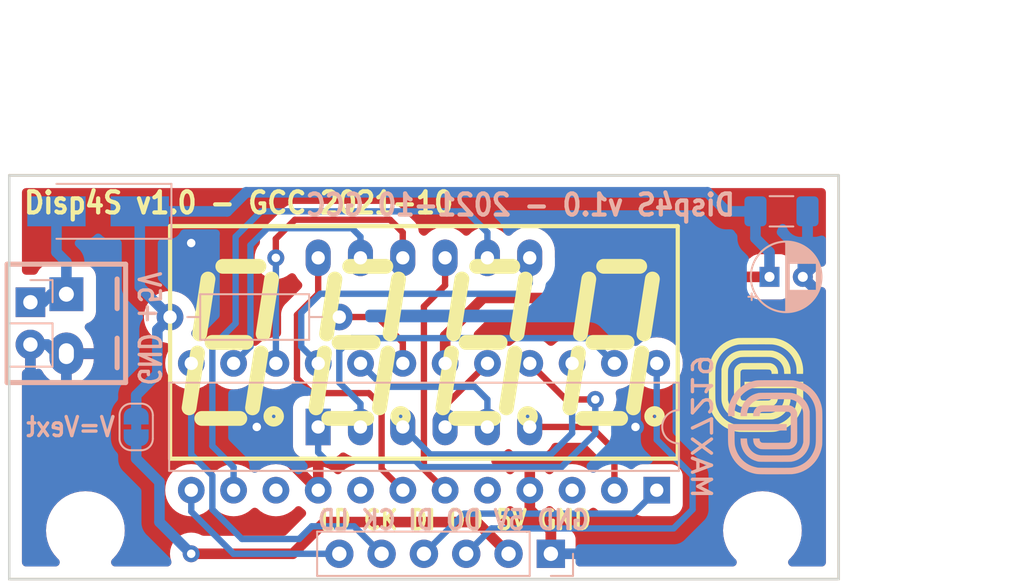
<source format=kicad_pcb>
(kicad_pcb (version 20211014) (generator pcbnew)
  (title_block (title "FSP-M10 AutoPilot") (rev "v1.0"))
  (layers (0 "F.Cu" signal "Rame.Fronte") (31 "B.Cu" signal "Rame.Retro") (34 "B.Paste" user) (35 "F.Paste" user) (36 "B.SilkS" user "B.Silkscreen") (37 "F.SilkS" user "F.Silkscreen") (38 "B.Mask" user) (39 "F.Mask" user) (44 "Edge.Cuts" user))
  (net 0 "")
  (net 1 "/5V")
  (net 2 "/CK")
  (net 3 "/DI")
  (net 4 "/K01")
  (net 5 "/K02")
  (net 6 "/K03")
  (net 7 "/K04")
  (net 8 "/K05")
  (net 9 "/K06")
  (net 10 "/LD")
  (net 11 "/S0A")
  (net 12 "/S0B")
  (net 13 "/S0C")
  (net 14 "/S0D")
  (net 15 "/S0E")
  (net 16 "/S0F")
  (net 17 "/S0G")
  (net 18 "/S0dp")
  (net 19 "GND")
  (net 20 "Net-(P1-Pad1)")
  (net 21 "/K07")
  (net 22 "Net-(IC1-Pad18)")
  (net 23 "/K08")
  (net 24 "/DO")
  (net 25 "Net-(JP1-Pad1)")
  (footprint "MountingHole:MountingHole_3.2mm_M3" (layer "F.Cu") (at 86.359998 49.403001 180)
    (fp_text reference "H1" hide)
    (fp_text value "CONN_1" hide)
    (pad "" np_thru_hole circle locked (at 0 0 180) (size 3.2 3.2) (drill 3.2) (layers *.Cu *.Mask))
  )
  (footprint "MountingHole:MountingHole_3.2mm_M3" (layer "F.Cu") (at 45.719998 49.403001 180)
    (fp_text reference "H2" hide)
    (fp_text value "CONN_1" hide)
    (pad "" np_thru_hole circle locked (at 0 0 180) (size 3.2 3.2) (drill 3.2) (layers *.Cu *.Mask))
  )
  (footprint "GCC_Display:Disp7s4x_036" (layer "F.Cu") (at 66.04 38.1)
    (fp_text reference "DP1" hide)
    (fp_text value "LEDDSP6_CK" hide)
    (pad "1" thru_hole rect (at -6.35 5.08 90) (size 2.19964 1.50114) (drill 0.8001) (layers *.Cu *.Mask) (net 15 "/S0E"))
    (pad "2" thru_hole oval (at -3.81 5.08 90) (size 2.19964 1.50114) (drill 0.8001) (layers *.Cu *.Mask) (net 14 "/S0D"))
    (pad "3" thru_hole oval (at -1.27 5.08 90) (size 2.19964 1.50114) (drill 0.8001) (layers *.Cu *.Mask) (net 18 "/S0dp"))
    (pad "4" thru_hole oval (at 1.27 5.08 90) (size 2.19964 1.50114) (drill 0.8001) (layers *.Cu *.Mask) (net 13 "/S0C"))
    (pad "5" thru_hole oval (at 3.81 5.08 90) (size 2.19964 1.50114) (drill 0.8001) (layers *.Cu *.Mask) (net 17 "/S0G"))
    (pad "6" thru_hole oval (at 6.35 5.08 90) (size 2.19964 1.50114) (drill 0.8001) (layers *.Cu *.Mask) (net 4 "/K01"))
    (pad "7" thru_hole oval (at 6.35 -5.08 90) (size 2.19964 1.50114) (drill 0.8001) (layers *.Cu *.Mask) (net 12 "/S0B"))
    (pad "8" thru_hole oval (at 3.81 -5.08 90) (size 2.19964 1.50114) (drill 0.8001) (layers *.Cu *.Mask) (net 5 "/K02"))
    (pad "9" thru_hole oval (at 1.27 -5.08 90) (size 2.19964 1.50114) (drill 0.8001) (layers *.Cu *.Mask) (net 6 "/K03"))
    (pad "10" thru_hole oval (at -1.27 -5.08 90) (size 2.19964 1.50114) (drill 0.8001) (layers *.Cu *.Mask) (net 16 "/S0F"))
    (pad "11" thru_hole oval (at -3.81 -5.08 90) (size 2.19964 1.50114) (drill 0.8001) (layers *.Cu *.Mask) (net 11 "/S0A"))
    (pad "12" thru_hole oval (at -6.34746 -5.08 90) (size 2.19964 1.50114) (drill 0.8001) (layers *.Cu *.Mask) (net 7 "/K04"))
  )
  (footprint "GCC_Logos:GCC Logo 6mm" (layer "F.Cu") (at 85.979 40.64)
    (fp_text reference "G***" hide)
    (fp_text value "LOGO" hide)
  )
  (footprint "Resistor_THT:R_Axial_DIN0207_L6.3mm_D2.5mm_P10.16mm_Horizontal" (layer "B.Cu") (at 60.959998 36.576001 180)
    (fp_text reference "R1" hide)
    (fp_text value "10k" hide)
    (pad "1" thru_hole circle locked (at 0 0 180) (size 1.6 1.6) (drill 0.8) (layers *.Cu *.Mask) (net 22 "Net-(IC1-Pad18)"))
    (pad "2" thru_hole oval locked (at 10.16 0 180) (size 1.6 1.6) (drill 0.8) (layers *.Cu *.Mask) (net 1 "/5V"))
  )
  (footprint "Connector_PinHeader_2.54mm:PinHeader_1x02_P2.54mm_Vertical" (layer "B.Cu") (at 42.418 35.687 180)
    (fp_text reference "P1" hide)
    (fp_text value "PWR" hide)
    (pad "1" thru_hole rect locked (at 0 0 180) (size 1.778 1.778) (drill 0.8636) (layers *.Cu *.Mask) (net 20 "Net-(P1-Pad1)"))
    (pad "2" thru_hole oval locked (at 0 -2.54 180) (size 1.778 1.778) (drill 0.8636) (layers *.Cu *.Mask) (net 19 "GND"))
  )
  (footprint "Capacitor_THT:CP_Radial_D4.0mm_P2.00mm" (layer "B.Cu") (at 86.784409 34.163)
    (fp_text reference "C1" hide)
    (fp_text value "100uF 16V" hide)
    (pad "1" thru_hole rect locked (at 0 0) (size 1.2 1.2) (drill 0.6) (layers *.Cu *.Mask) (net 1 "/5V"))
    (pad "2" thru_hole circle locked (at 2 0) (size 1.2 1.2) (drill 0.6) (layers *.Cu *.Mask) (net 19 "GND"))
  )
  (footprint "Package_DIP:DIP-24_W7.62mm" (layer "B.Cu") (at 80.015 46.98 90)
    (fp_text reference "IC1" hide)
    (fp_text value "MAX7219CNG" hide)
    (pad "1" thru_hole rect locked (at 0 0 90) (size 1.6 1.6) (drill 0.8) (layers *.Cu *.Mask) (net 3 "/DI"))
    (pad "2" thru_hole oval locked (at 0 -2.54 90) (size 1.6 1.6) (drill 0.8) (layers *.Cu *.Mask) (net 4 "/K01"))
    (pad "3" thru_hole oval locked (at 0 -5.08 90) (size 1.6 1.6) (drill 0.8) (layers *.Cu *.Mask) (net 8 "/K05"))
    (pad "4" thru_hole oval locked (at 0 -7.62 90) (size 1.6 1.6) (drill 0.8) (layers *.Cu *.Mask) (net 19 "GND"))
    (pad "5" thru_hole oval locked (at 0 -10.16 90) (size 1.6 1.6) (drill 0.8) (layers *.Cu *.Mask) (net 21 "/K07"))
    (pad "6" thru_hole oval locked (at 0 -12.7 90) (size 1.6 1.6) (drill 0.8) (layers *.Cu *.Mask) (net 6 "/K03"))
    (pad "7" thru_hole oval locked (at 0 -15.24 90) (size 1.6 1.6) (drill 0.8) (layers *.Cu *.Mask) (net 7 "/K04"))
    (pad "8" thru_hole oval locked (at 0 -17.78 90) (size 1.6 1.6) (drill 0.8) (layers *.Cu *.Mask) (net 23 "/K08"))
    (pad "9" thru_hole oval locked (at 0 -20.32 90) (size 1.6 1.6) (drill 0.8) (layers *.Cu *.Mask) (net 19 "GND"))
    (pad "10" thru_hole oval locked (at 0 -22.86 90) (size 1.6 1.6) (drill 0.8) (layers *.Cu *.Mask) (net 9 "/K06"))
    (pad "11" thru_hole oval locked (at 0 -25.4 90) (size 1.6 1.6) (drill 0.8) (layers *.Cu *.Mask) (net 5 "/K02"))
    (pad "12" thru_hole oval locked (at 0 -27.94 90) (size 1.6 1.6) (drill 0.8) (layers *.Cu *.Mask) (net 10 "/LD"))
    (pad "13" thru_hole oval locked (at 7.62 -27.94 90) (size 1.6 1.6) (drill 0.8) (layers *.Cu *.Mask) (net 2 "/CK"))
    (pad "14" thru_hole oval locked (at 7.62 -25.4 90) (size 1.6 1.6) (drill 0.8) (layers *.Cu *.Mask) (net 11 "/S0A"))
    (pad "15" thru_hole oval locked (at 7.62 -22.86 90) (size 1.6 1.6) (drill 0.8) (layers *.Cu *.Mask) (net 16 "/S0F"))
    (pad "16" thru_hole oval locked (at 7.62 -20.32 90) (size 1.6 1.6) (drill 0.8) (layers *.Cu *.Mask) (net 12 "/S0B"))
    (pad "17" thru_hole oval locked (at 7.62 -17.78 90) (size 1.6 1.6) (drill 0.8) (layers *.Cu *.Mask) (net 17 "/S0G"))
    (pad "18" thru_hole oval locked (at 7.62 -15.24 90) (size 1.6 1.6) (drill 0.8) (layers *.Cu *.Mask) (net 22 "Net-(IC1-Pad18)"))
    (pad "19" thru_hole oval locked (at 7.62 -12.7 90) (size 1.6 1.6) (drill 0.8) (layers *.Cu *.Mask) (net 1 "/5V"))
    (pad "20" thru_hole oval locked (at 7.62 -10.16 90) (size 1.6 1.6) (drill 0.8) (layers *.Cu *.Mask) (net 13 "/S0C"))
    (pad "21" thru_hole oval locked (at 7.62 -7.62 90) (size 1.6 1.6) (drill 0.8) (layers *.Cu *.Mask) (net 15 "/S0E"))
    (pad "22" thru_hole oval locked (at 7.62 -5.08 90) (size 1.6 1.6) (drill 0.8) (layers *.Cu *.Mask) (net 18 "/S0dp"))
    (pad "23" thru_hole oval locked (at 7.62 -2.54 90) (size 1.6 1.6) (drill 0.8) (layers *.Cu *.Mask) (net 14 "/S0D"))
    (pad "24" thru_hole oval locked (at 7.62 0 90) (size 1.6 1.6) (drill 0.8) (layers *.Cu *.Mask) (net 24 "/DO"))
  )
  (footprint "Diode_SMD:D_SMA_Handsoldering" (layer "B.Cu") (at 46.482 30.226 180)
    (fp_text reference "D1" hide)
    (fp_text value "1N5819" hide)
    (pad "1" smd rect locked (at -2.5 0 180) (size 3.5 1.8) (layers "B.Cu" "B.Paste" "B.Mask") (net 1 "/5V"))
    (pad "2" smd rect locked (at 2.5 0 180) (size 3.5 1.8) (layers "B.Cu" "B.Paste" "B.Mask") (net 20 "Net-(P1-Pad1)"))
  )
  (footprint "Capacitor_SMD:C_1206_3216Metric_Pad1.33x1.80mm_HandSolder" (layer "B.Cu") (at 87.503 30.226)
    (fp_text reference "C2" hide)
    (fp_text value "100nF" hide)
    (pad "1" smd roundrect locked (at -1.5625 0) (size 1.325 1.8) (layers "B.Cu" "B.Paste" "B.Mask") (roundrect_rratio 0.188679) (net 1 "/5V"))
    (pad "2" smd roundrect locked (at 1.5625 0) (size 1.325 1.8) (layers "B.Cu" "B.Paste" "B.Mask") (roundrect_rratio 0.188679) (net 19 "GND"))
  )
  (footprint "Connector_PinHeader_2.54mm:PinHeader_1x06_P2.54mm_Vertical" (layer "B.Cu") (at 73.66 50.8 90)
    (fp_text reference "P2" hide)
    (fp_text value "CONN-6" hide)
    (pad "1" thru_hole rect locked (at 0 0 90) (size 1.7 1.7) (drill 0.8636) (layers *.Cu *.Mask) (net 19 "GND"))
    (pad "2" thru_hole oval locked (at 0 -2.54 90) (size 1.7 1.7) (drill 0.8636) (layers *.Cu *.Mask) (net 25 "Net-(JP1-Pad1)"))
    (pad "3" thru_hole oval locked (at 0 -5.08 90) (size 1.7 1.7) (drill 0.8636) (layers *.Cu *.Mask) (net 24 "/DO"))
    (pad "4" thru_hole oval locked (at 0 -7.62 90) (size 1.7 1.7) (drill 0.8636) (layers *.Cu *.Mask) (net 3 "/DI"))
    (pad "5" thru_hole oval locked (at 0 -10.16 90) (size 1.7 1.7) (drill 0.8636) (layers *.Cu *.Mask) (net 2 "/CK"))
    (pad "6" thru_hole oval locked (at 0 -12.7 90) (size 1.7 1.7) (drill 0.8636) (layers *.Cu *.Mask) (net 10 "/LD"))
  )
  (footprint "Jumper:SolderJumper-2_P1.3mm_Bridged_RoundedPad1.0x1.5mm" (layer "B.Cu") (at 48.768 43.18 90)
    (fp_text reference "JP1" hide)
    (fp_text value "JUMPER2" hide)
    (fp_poly (pts (xy 0.25 0.3) (xy -0.25 0.3) (xy -0.25 -0.3) (xy 0.25 -0.3)) (layer "B.Cu") (width 0) (fill solid))
    (pad "1" smd custom locked (at -0.65 0 90) (size 1 0.5) (layers "B.Cu" "B.Mask") (net 25 "Net-(JP1-Pad1)") (options (clearance outline) (anchor rect)) (primitives (gr_circle (center 0 -0.25) (end 0.5 -0.25) (width 0) (fill yes)) (gr_circle (center 0 0.25) (end 0.5 0.25) (width 0) (fill yes)) (gr_poly (pts (xy 0.5 0.75) (xy 0 0.75) (xy 0 -0.75) (xy 0.5 -0.75)) (width 0) (fill yes))))
    (pad "2" smd custom locked (at 0.65 0 90) (size 1 0.5) (layers "B.Cu" "B.Mask") (net 1 "/5V") (options (clearance outline) (anchor rect)) (primitives (gr_circle (center 0 -0.25) (end 0.5 -0.25) (width 0) (fill yes)) (gr_circle (center 0 0.25) (end 0.5 0.25) (width 0) (fill yes)) (gr_poly (pts (xy 0 0.75) (xy -0.5 0.75) (xy -0.5 -0.75) (xy 0 -0.75)) (width 0) (fill yes))))
  )
  (footprint "GCC_Headers:HDR2-3.50+3.81mm" (layer "B.Cu") (at 44.577 36.957 -90)
    (fp_text reference "P11" hide)
    (fp_text value "PWR" hide)
    (pad "1" thru_hole rect (at -1.7526 0 270) (size 2.032 2.032) (drill 0.9) (layers *.Cu *.Mask) (net 20 "Net-(P1-Pad1)"))
    (pad "2" thru_hole oval (at 1.82 0 270) (size 2.54 2.032) (drill oval 1.25 0.9) (layers *.Cu *.Mask) (net 19 "GND"))
  )
  (footprint "GCC_Logos:GCC Logo 6mm" (layer "B.Cu") (at 87.122 43.18 180)
    (fp_text reference "G***" hide)
    (fp_text value "LOGO" hide)
  )
  (gr_line (start 41.147996 28.067001) (end 41.147996 52.324001) (layer "B.SilkS") (width 0.14986))
  (gr_line (start 90.931996 28.067001) (end 41.147996 28.067001) (layer "B.SilkS") (width 0.14986))
  (gr_line (start 90.931996 52.324001) (end 90.931996 28.067001) (layer "B.SilkS") (width 0.14986))
  (gr_line (start 41.147996 52.324001) (end 90.931996 52.324001) (layer "B.SilkS") (width 0.14986))
  (gr_line (start 41.147996 52.324001) (end 41.147996 28.067001) (layer "F.SilkS") (width 0.14986))
  (gr_line (start 90.931996 28.067001) (end 90.931996 52.324001) (layer "F.SilkS") (width 0.14986))
  (gr_line (start 41.147996 28.067001) (end 90.931996 28.067001) (layer "F.SilkS") (width 0.14986))
  (gr_line (start 90.931996 52.324001) (end 41.147996 52.324001) (layer "F.SilkS") (width 0.14986))
  (gr_line (start 90.932 52.324) (end 41.148 52.324) (layer "Edge.Cuts") (width 0.14986))
  (gr_line (start 41.148 28.067) (end 90.932 28.067) (layer "Edge.Cuts") (width 0.14986))
  (gr_line (start 90.932 28.067) (end 90.932 52.324) (layer "Edge.Cuts") (width 0.14986))
  (gr_line (start 41.148 52.324) (end 41.148 28.067) (layer "Edge.Cuts") (width 0.14986))
  (gr_text "MAX7219" (at 82.677 43.18 270) (layer "B.SilkS") (effects (font (size 1.143 1.27) (thickness 0.2032)) (justify mirror)))
  (gr_text "Disp4S v1.0 - 2021-10 GCC" (at 84.836 29.845) (layer "B.SilkS") (effects (font (size 1.27 1.143) (thickness 0.254)) (justify left mirror)))
  (gr_text "GND" (at 49.529998 39.116001 270) (layer "B.SilkS") (effects (font (size 1.27 1.016) (thickness 0.2032)) (justify mirror)))
  (gr_text "+5V" (at 49.529998 35.433001 270) (layer "B.SilkS") (effects (font (size 1.27 1.016) (thickness 0.2032)) (justify mirror)))
  (gr_text "GND 5V DO DI CK LD" (at 67.818 48.768) (layer "B.SilkS") (effects (font (size 1.143 1.016) (thickness 0.2032)) (justify mirror)))
  (gr_text "V=Vext" (at 44.831 43.18) (layer "B.SilkS") (effects (font (size 1.143 1.016) (thickness 0.2032)) (justify mirror)))
  (gr_text "LD CK DI DO 5V GND" (at 67.945 48.768) (layer "F.SilkS") (effects (font (size 1.143 1.016) (thickness 0.2032))))
  (gr_text "Disp4S v1.0 - GCC 2021-10" (at 41.91 29.718) (layer "F.SilkS") (effects (font (size 1.27 1.143) (thickness 0.254)) (justify left)))
  (segment (start 69.596 35.433) (end 73.533 35.433) (width 0.635) (layer "F.Cu") (net 1))
  (segment (start 67.315 37.714) (end 69.596 35.433) (width 0.635) (layer "F.Cu") (net 1))
  (segment (start 73.533 35.433) (end 74.803 34.163) (width 0.635) (layer "F.Cu") (net 1))
  (segment (start 67.315 39.36) (end 67.315 37.714) (width 0.635) (layer "F.Cu") (net 1))
  (segment (start 74.803 34.163) (end 86.784409 34.163) (width 0.635) (layer "F.Cu") (net 1))
  (segment (start 86.784409 32.682409) (end 86.784409 34.163) (width 0.635) (layer "B.Cu") (net 1))
  (segment (start 84.201 30.226) (end 85.9405 30.226) (width 0.635) (layer "B.Cu") (net 1))
  (segment (start 83.058 29.083) (end 84.201 30.226) (width 0.635) (layer "B.Cu") (net 1))
  (segment (start 54.229 30.226) (end 55.372 29.083) (width 0.635) (layer "B.Cu") (net 1))
  (segment (start 48.982 30.226) (end 48.982 34.758003) (width 0.635) (layer "B.Cu") (net 1))
  (segment (start 55.372 29.083) (end 83.058 29.083) (width 0.635) (layer "B.Cu") (net 1))
  (segment (start 50.038 37.337999) (end 50.799998 36.576001) (width 0.635) (layer "B.Cu") (net 1))
  (segment (start 48.768 41.275) (end 50.038 40.005) (width 0.635) (layer "B.Cu") (net 1))
  (segment (start 85.9405 30.226) (end 85.9405 31.8385) (width 0.635) (layer "B.Cu") (net 1))
  (segment (start 48.768 42.53) (end 48.768 41.275) (width 0.635) (layer "B.Cu") (net 1))
  (segment (start 50.038 40.005) (end 50.038 37.337999) (width 0.635) (layer "B.Cu") (net 1))
  (segment (start 48.982 30.226) (end 54.229 30.226) (width 0.635) (layer "B.Cu") (net 1))
  (segment (start 85.9405 31.8385) (end 86.784409 32.682409) (width 0.635) (layer "B.Cu") (net 1))
  (segment (start 48.982 34.758003) (end 50.799998 36.576001) (width 0.635) (layer "B.Cu") (net 1))
  (segment (start 53.34 46.101) (end 53.34 48.133) (width 0.381) (layer "B.Cu") (net 2))
  (segment (start 52.075 39.36) (end 52.075 40.899) (width 0.381) (layer "B.Cu") (net 2))
  (segment (start 59.309 49.149) (end 61.849 49.149) (width 0.381) (layer "B.Cu") (net 2))
  (segment (start 61.849 49.149) (end 63.5 50.8) (width 0.381) (layer "B.Cu") (net 2))
  (segment (start 53.34 48.133) (end 55.118 49.911) (width 0.381) (layer "B.Cu") (net 2))
  (segment (start 55.118 49.911) (end 58.547 49.911) (width 0.381) (layer "B.Cu") (net 2))
  (segment (start 52.07 40.904) (end 52.07 44.831) (width 0.381) (layer "B.Cu") (net 2))
  (segment (start 58.547 49.911) (end 59.309 49.149) (width 0.381) (layer "B.Cu") (net 2))
  (segment (start 52.07 44.831) (end 53.34 46.101) (width 0.381) (layer "B.Cu") (net 2))
  (segment (start 52.075 40.899) (end 52.07 40.904) (width 0.381) (layer "B.Cu") (net 2))
  (segment (start 66.04 50.8) (end 68.453 48.387) (width 0.381) (layer "B.Cu") (net 3))
  (segment (start 78.608 48.387) (end 80.015 46.98) (width 0.381) (layer "B.Cu") (net 3))
  (segment (start 68.453 48.387) (end 78.608 48.387) (width 0.381) (layer "B.Cu") (net 3))
  (segment (start 76.073 43.18) (end 77.475 44.582) (width 0.381) (layer "F.Cu") (net 4))
  (segment (start 77.475 44.582) (end 77.475 46.98) (width 0.381) (layer "F.Cu") (net 4))
  (segment (start 72.39 43.18) (end 76.073 43.18) (width 0.381) (layer "F.Cu") (net 4))
  (segment (start 54.737 31.75) (end 56.261 30.226) (width 0.381) (layer "B.Cu") (net 5))
  (segment (start 54.615 46.98) (end 54.615 45.598) (width 0.381) (layer "B.Cu") (net 5))
  (segment (start 69.85 31.496) (end 69.85 33.02) (width 0.381) (layer "B.Cu") (net 5))
  (segment (start 68.58 30.226) (end 69.85 31.496) (width 0.381) (layer "B.Cu") (net 5))
  (segment (start 56.261 30.226) (end 68.58 30.226) (width 0.381) (layer "B.Cu") (net 5))
  (segment (start 54.615 45.598) (end 53.34 44.323) (width 0.381) (layer "B.Cu") (net 5))
  (segment (start 53.34 44.323) (end 53.34 38.354) (width 0.381) (layer "B.Cu") (net 5))
  (segment (start 54.737 36.957) (end 54.737 31.75) (width 0.381) (layer "B.Cu") (net 5))
  (segment (start 53.34 38.354) (end 54.737 36.957) (width 0.381) (layer "B.Cu") (net 5))
  (segment (start 66.04 45.72) (end 66.04 35.941) (width 0.381) (layer "F.Cu") (net 6))
  (segment (start 67.31 34.671) (end 67.31 33.02) (width 0.381) (layer "F.Cu") (net 6))
  (segment (start 66.04 35.941) (end 67.31 34.671) (width 0.381) (layer "F.Cu") (net 6))
  (segment (start 67.3 46.98) (end 66.04 45.72) (width 0.381) (layer "F.Cu") (net 6))
  (segment (start 59.69254 33.02) (end 59.69254 35.17646) (width 0.381) (layer "F.Cu") (net 7))
  (segment (start 58.42 40.259) (end 59.309 41.148) (width 0.381) (layer "F.Cu") (net 7))
  (segment (start 63.5 41.91) (end 63.5 45.705) (width 0.381) (layer "F.Cu") (net 7))
  (segment (start 62.738 41.148) (end 63.5 41.91) (width 0.381) (layer "F.Cu") (net 7))
  (segment (start 58.42 36.449) (end 58.42 40.259) (width 0.381) (layer "F.Cu") (net 7))
  (segment (start 59.69254 35.17646) (end 58.42 36.449) (width 0.381) (layer "F.Cu") (net 7))
  (segment (start 63.5 45.705) (end 64.775 46.98) (width 0.381) (layer "F.Cu") (net 7))
  (segment (start 59.309 41.148) (end 62.738 41.148) (width 0.381) (layer "F.Cu") (net 7))
  (segment (start 52.075 46.98) (end 52.075 48.265) (width 0.381) (layer "B.Cu") (net 10))
  (segment (start 52.075 48.265) (end 54.61 50.8) (width 0.381) (layer "B.Cu") (net 10))
  (segment (start 54.61 50.8) (end 60.96 50.8) (width 0.381) (layer "B.Cu") (net 10))
  (segment (start 55.626 32.258) (end 55.626 38.349) (width 0.381) (layer "B.Cu") (net 11))
  (segment (start 61.722 31.242) (end 62.23 31.75) (width 0.381) (layer "B.Cu") (net 11))
  (segment (start 56.642 31.242) (end 61.722 31.242) (width 0.381) (layer "B.Cu") (net 11))
  (segment (start 55.626 38.349) (end 54.615 39.36) (width 0.381) (layer "B.Cu") (net 11))
  (segment (start 55.626 32.258) (end 56.642 31.242) (width 0.381) (layer "B.Cu") (net 11))
  (segment (start 62.23 31.75) (end 62.23 33.02) (width 0.381) (layer "B.Cu") (net 11))
  (segment (start 58.674 36.322) (end 59.817 35.179) (width 0.381) (layer "B.Cu") (net 12))
  (segment (start 72.39 34.544) (end 72.39 33.02) (width 0.381) (layer "B.Cu") (net 12))
  (segment (start 59.68 39.36) (end 58.674 38.354) (width 0.381) (layer "B.Cu") (net 12))
  (segment (start 71.755 35.179) (end 72.39 34.544) (width 0.381) (layer "B.Cu") (net 12))
  (segment (start 58.674 38.354) (end 58.674 36.322) (width 0.381) (layer "B.Cu") (net 12))
  (segment (start 59.817 35.179) (end 71.755 35.179) (width 0.381) (layer "B.Cu") (net 12))
  (segment (start 67.31 43.18) (end 67.31 41.905) (width 0.381) (layer "F.Cu") (net 13))
  (segment (start 67.31 41.905) (end 69.855 39.36) (width 0.381) (layer "F.Cu") (net 13))
  (segment (start 60.96 40.513) (end 60.96 38.608) (width 0.381) (layer "B.Cu") (net 14))
  (segment (start 60.96 38.608) (end 61.722 37.846) (width 0.381) (layer "B.Cu") (net 14))
  (segment (start 62.23 41.783) (end 60.96 40.513) (width 0.381) (layer "B.Cu") (net 14))
  (segment (start 61.722 37.846) (end 75.961 37.846) (width 0.381) (layer "B.Cu") (net 14))
  (segment (start 62.23 43.18) (end 62.23 41.783) (width 0.381) (layer "B.Cu") (net 14))
  (segment (start 75.961 37.846) (end 77.475 39.36) (width 0.381) (layer "B.Cu") (net 14))
  (segment (start 76.327 41.529) (end 74.564 41.529) (width 0.381) (layer "F.Cu") (net 15))
  (segment (start 74.564 41.529) (end 72.395 39.36) (width 0.381) (layer "F.Cu") (net 15))
  (via (at 76.327 41.529) (size 1.016) (drill 0.508) (layers "F.Cu" "B.Cu") (net 15))
  (segment (start 74.295 45.593) (end 76.327 43.561) (width 0.381) (layer "B.Cu") (net 15))
  (segment (start 59.69 44.704) (end 60.198 45.212) (width 0.381) (layer "B.Cu") (net 15))
  (segment (start 59.69 43.18) (end 59.69 44.704) (width 0.381) (layer "B.Cu") (net 15))
  (segment (start 65.913 45.593) (end 74.295 45.593) (width 0.381) (layer "B.Cu") (net 15))
  (segment (start 60.198 45.212) (end 65.532 45.212) (width 0.381) (layer "B.Cu") (net 15))
  (segment (start 76.327 43.561) (end 76.327 41.529) (width 0.381) (layer "B.Cu") (net 15))
  (segment (start 65.532 45.212) (end 65.913 45.593) (width 0.381) (layer "B.Cu") (net 15))
  (segment (start 64.77 31.496) (end 64.77 33.02) (width 0.381) (layer "F.Cu") (net 16))
  (segment (start 58.293 30.734) (end 64.008 30.734) (width 0.381) (layer "F.Cu") (net 16))
  (segment (start 64.008 30.734) (end 64.77 31.496) (width 0.381) (layer "F.Cu") (net 16))
  (segment (start 57.15 33.02) (end 57.15 31.877) (width 0.381) (layer "F.Cu") (net 16))
  (segment (start 57.15 31.877) (end 58.293 30.734) (width 0.381) (layer "F.Cu") (net 16))
  (via (at 57.15 33.02) (size 1.016) (drill 0.508) (layers "F.Cu" "B.Cu") (net 16))
  (segment (start 57.155 39.36) (end 57.155 33.025) (width 0.381) (layer "B.Cu") (net 16))
  (segment (start 57.155 33.025) (end 57.15 33.02) (width 0.381) (layer "B.Cu") (net 16))
  (segment (start 62.235 39.375) (end 63.627 40.767) (width 0.381) (layer "B.Cu") (net 17))
  (segment (start 69.85 41.529) (end 69.85 43.18) (width 0.381) (layer "B.Cu") (net 17))
  (segment (start 69.088 40.767) (end 69.85 41.529) (width 0.381) (layer "B.Cu") (net 17))
  (segment (start 63.627 40.767) (end 69.088 40.767) (width 0.381) (layer "B.Cu") (net 17))
  (segment (start 73.66 44.831) (end 74.935 43.556) (width 0.381) (layer "B.Cu") (net 18))
  (segment (start 64.77 43.18) (end 66.421 44.831) (width 0.381) (layer "B.Cu") (net 18))
  (segment (start 74.935 43.556) (end 74.935 39.36) (width 0.381) (layer "B.Cu") (net 18))
  (segment (start 66.421 44.831) (end 73.66 44.831) (width 0.381) (layer "B.Cu") (net 18))
  (segment (start 54.229 44.958) (end 57.673 44.958) (width 0.635) (layer "F.Cu") (net 19))
  (segment (start 44.577 38.777) (end 48.048 38.777) (width 0.635) (layer "F.Cu") (net 19))
  (segment (start 73.66 49.403) (end 73.66 50.8) (width 0.635) (layer "F.Cu") (net 19))
  (segment (start 72.395 46.98) (end 72.395 48.138) (width 0.635) (layer "F.Cu") (net 19))
  (segment (start 57.673 44.958) (end 59.695 46.98) (width 0.635) (layer "F.Cu") (net 19))
  (segment (start 48.048 38.777) (end 54.229 44.958) (width 0.635) (layer "F.Cu") (net 19))
  (segment (start 72.395 48.138) (end 73.66 49.403) (width 0.635) (layer "F.Cu") (net 19))
  (via (at 56.007 43.18) (size 1.016) (drill 0.508) (layers "F.Cu" "B.Cu") (net 19))
  (via (at 52.07 32.131) (size 1.016) (drill 0.508) (layers "F.Cu" "B.Cu") (net 19))
  (via (at 78.74 43.18) (size 1.016) (drill 0.508) (layers "F.Cu" "B.Cu") (net 19))
  (segment (start 43.984 38.777) (end 43.434 38.227) (width 0.635) (layer "B.Cu") (net 19))
  (segment (start 43.434 38.227) (end 42.418 38.227) (width 0.635) (layer "B.Cu") (net 19))
  (segment (start 89.0655 32.6005) (end 89.0655 30.226) (width 0.635) (layer "B.Cu") (net 19))
  (segment (start 88.784409 32.881591) (end 89.0655 32.6005) (width 0.635) (layer "B.Cu") (net 19))
  (segment (start 88.784409 34.163) (end 88.784409 32.881591) (width 0.635) (layer "B.Cu") (net 19))
  (segment (start 44.577 33.274) (end 44.577 35.2044) (width 0.635) (layer "B.Cu") (net 20))
  (segment (start 43.18 35.687) (end 43.6626 35.2044) (width 0.635) (layer "B.Cu") (net 20))
  (segment (start 43.6626 35.2044) (end 44.577 35.2044) (width 0.635) (layer "B.Cu") (net 20))
  (segment (start 43.982 30.226) (end 43.982 32.679) (width 0.635) (layer "B.Cu") (net 20))
  (segment (start 42.418 35.687) (end 43.18 35.687) (width 0.635) (layer "B.Cu") (net 20))
  (segment (start 43.982 32.679) (end 44.577 33.274) (width 0.635) (layer "B.Cu") (net 20))
  (segment (start 63.246 36.576) (end 64.775 38.105) (width 0.381) (layer "F.Cu") (net 22))
  (segment (start 60.959999 36.576) (end 63.246 36.576) (width 0.381) (layer "F.Cu") (net 22))
  (segment (start 64.775 38.105) (end 64.775 39.36) (width 0.381) (layer "F.Cu") (net 22))
  (segment (start 80.015 43.947) (end 80.015 39.36) (width 0.381) (layer "B.Cu") (net 24))
  (segment (start 70.104 49.276) (end 81.026 49.276) (width 0.381) (layer "B.Cu") (net 24))
  (segment (start 81.026 49.276) (end 82.169 48.133) (width 0.381) (layer "B.Cu") (net 24))
  (segment (start 82.169 48.133) (end 82.169 46.101) (width 0.381) (layer "B.Cu") (net 24))
  (segment (start 82.169 46.101) (end 80.015 43.947) (width 0.381) (layer "B.Cu") (net 24))
  (segment (start 68.58 50.8) (end 70.104 49.276) (width 0.381) (layer "B.Cu") (net 24))
  (segment (start 71.12 50.8) (end 69.215 48.895) (width 0.635) (layer "F.Cu") (net 25))
  (segment (start 69.215 48.895) (end 60.071 48.895) (width 0.635) (layer "F.Cu") (net 25))
  (segment (start 58.166 50.8) (end 52.07 50.8) (width 0.635) (layer "F.Cu") (net 25))
  (segment (start 60.071 48.895) (end 58.166 50.8) (width 0.635) (layer "F.Cu") (net 25))
  (via (at 52.07 50.8) (size 1.016) (drill 0.508) (layers "F.Cu" "B.Cu") (net 25))
  (segment (start 52.07 50.8) (end 50.165 48.895) (width 0.635) (layer "B.Cu") (net 25))
  (segment (start 48.768 45.085) (end 48.768 43.83) (width 0.635) (layer "B.Cu") (net 25))
  (segment (start 50.165 46.482) (end 48.768 45.085) (width 0.635) (layer "B.Cu") (net 25))
  (segment (start 50.165 48.895) (end 50.165 46.482) (width 0.635) (layer "B.Cu") (net 25))
  (zone (net 19) (net_name "GND") (layer "F.Cu") (connect_pads (clearance 0.762)) (min_thickness 0.508) (fill yes (thermal_gap 0.635) (thermal_bridge_width 0.635))
    (polygon (pts (xy 90.931998 52.324002) (xy 41.147998 52.324) (xy 41.147999 28.067) (xy 90.931997 28.067002)))
  )
  (zone (net 19) (net_name "GND") (layer "B.Cu") (connect_pads (clearance 0.762)) (min_thickness 0.508) (fill yes (thermal_gap 0.635) (thermal_bridge_width 0.635))
    (polygon (pts (xy 90.931998 28.067002) (xy 41.148 28.067) (xy 41.147998 52.324) (xy 90.931998 52.324002)))
  )
)
</source>
